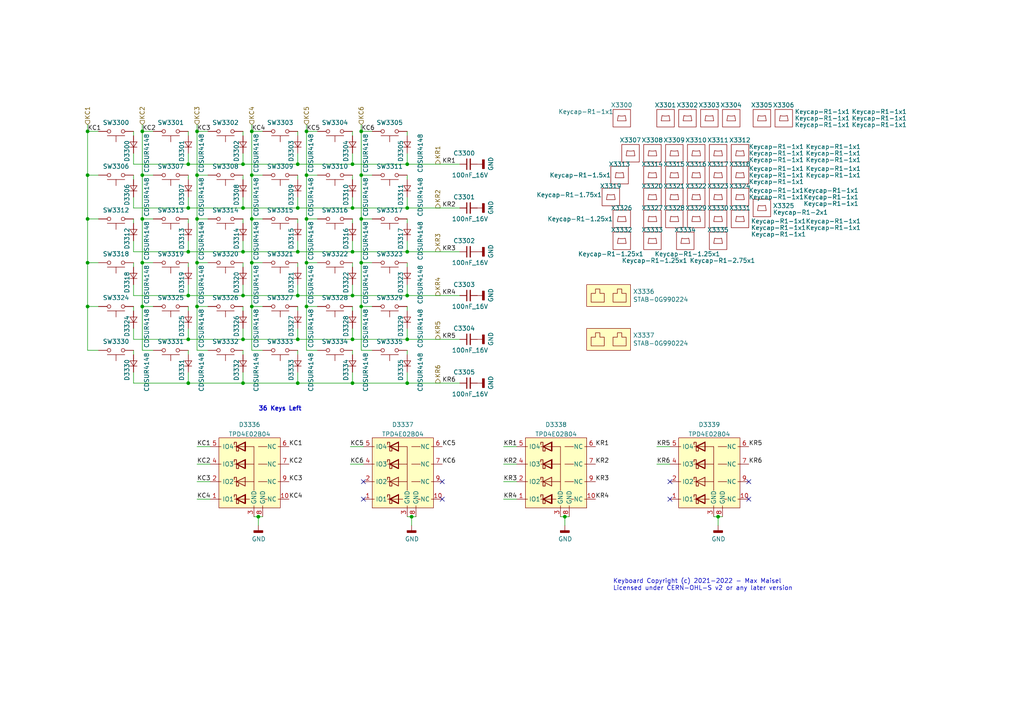
<source format=kicad_sch>
(kicad_sch (version 20211123) (generator eeschema)
  (paper "A4")
  (junction (at 57.15 88.9))
  (junction (at 118.11 47.625))
  (junction (at 102.235 73.025))
  (junction (at 102.235 98.425))
  (junction (at 118.11 111.125))
  (junction (at 102.235 47.625))
  (junction (at 86.36 60.325))
  (junction (at 73.025 50.8))
  (junction (at 57.15 38.1))
  (junction (at 41.275 88.9))
  (junction (at 102.235 85.725))
  (junction (at 70.485 85.725))
  (junction (at 118.11 85.725))
  (junction (at 54.61 111.125))
  (junction (at 25.4 88.9))
  (junction (at 73.025 38.1))
  (junction (at 104.775 76.2))
  (junction (at 41.275 76.2))
  (junction (at 54.61 98.425))
  (junction (at 54.61 47.625))
  (junction (at 88.9 50.8))
  (junction (at 41.275 63.5))
  (junction (at 54.61 85.725))
  (junction (at 102.235 60.325))
  (junction (at 25.4 50.8))
  (junction (at 73.025 76.2))
  (junction (at 54.61 73.025))
  (junction (at 70.485 73.025))
  (junction (at 25.4 76.2))
  (junction (at 102.235 111.125))
  (junction (at 73.025 88.9))
  (junction (at 86.36 73.025))
  (junction (at 86.36 85.725))
  (junction (at 88.9 63.5))
  (junction (at 73.025 63.5))
  (junction (at 118.11 98.425))
  (junction (at 119.38 149.86))
  (junction (at 86.36 111.125))
  (junction (at 70.485 111.125))
  (junction (at 74.93 149.86))
  (junction (at 54.61 60.325))
  (junction (at 118.11 73.025))
  (junction (at 25.4 38.1))
  (junction (at 118.11 60.325))
  (junction (at 70.485 60.325))
  (junction (at 57.15 63.5))
  (junction (at 41.275 50.8))
  (junction (at 88.9 88.9))
  (junction (at 70.485 98.425))
  (junction (at 86.36 47.625))
  (junction (at 104.775 63.5))
  (junction (at 70.485 47.625))
  (junction (at 104.775 50.8))
  (junction (at 57.15 50.8))
  (junction (at 88.9 38.1))
  (junction (at 86.36 98.425))
  (junction (at 104.775 88.9))
  (junction (at 25.4 63.5))
  (junction (at 208.28 149.86))
  (junction (at 57.15 76.2))
  (junction (at 88.9 76.2))
  (junction (at 41.275 38.1))
  (junction (at 163.83 149.86))
  (junction (at 104.775 38.1))
  (no_connect (at 194.31 139.7))
  (no_connect (at 217.17 139.7))
  (no_connect (at 217.17 144.78))
  (no_connect (at 194.31 144.78))
  (no_connect (at 105.41 139.7))
  (no_connect (at 128.27 139.7))
  (no_connect (at 128.27 144.78))
  (no_connect (at 105.41 144.78))
  (wire (pts (xy 25.4 88.9) (xy 25.4 101.6)))
  (wire (pts (xy 38.735 69.85) (xy 38.735 73.025)))
  (wire (pts (xy 41.275 63.5) (xy 41.275 76.2)))
  (wire (pts (xy 54.61 107.95) (xy 54.61 111.125)))
  (wire (pts (xy 73.025 50.8) (xy 73.025 63.5)))
  (wire (pts (xy 102.235 44.45) (xy 102.235 47.625)))
  (wire (pts (xy 104.775 88.9) (xy 107.95 88.9)))
  (wire (pts (xy 86.36 39.37) (xy 86.36 38.1)))
  (wire (pts (xy 118.11 47.625) (xy 102.235 47.625)))
  (wire (pts (xy 54.61 39.37) (xy 54.61 38.1)))
  (wire (pts (xy 88.9 38.1) (xy 88.9 50.8)))
  (wire (pts (xy 118.11 57.15) (xy 118.11 60.325)))
  (wire (pts (xy 54.61 77.47) (xy 54.61 76.2)))
  (wire (pts (xy 104.775 50.8) (xy 104.775 63.5)))
  (wire (pts (xy 102.235 95.25) (xy 102.235 98.425)))
  (wire (pts (xy 76.2 76.2) (xy 73.025 76.2)))
  (wire (pts (xy 25.4 76.2) (xy 25.4 88.9)))
  (wire (pts (xy 70.485 69.85) (xy 70.485 73.025)))
  (wire (pts (xy 38.735 64.77) (xy 38.735 63.5)))
  (wire (pts (xy 118.11 39.37) (xy 118.11 38.1)))
  (wire (pts (xy 118.11 77.47) (xy 118.11 76.2)))
  (wire (pts (xy 102.235 102.87) (xy 102.235 101.6)))
  (wire (pts (xy 102.235 107.95) (xy 102.235 111.125)))
  (wire (pts (xy 107.95 76.2) (xy 104.775 76.2)))
  (wire (pts (xy 86.36 52.07) (xy 86.36 50.8)))
  (wire (pts (xy 119.38 149.86) (xy 120.65 149.86)))
  (wire (pts (xy 60.325 50.8) (xy 57.15 50.8)))
  (wire (pts (xy 107.95 63.5) (xy 104.775 63.5)))
  (wire (pts (xy 86.36 98.425) (xy 70.485 98.425)))
  (wire (pts (xy 88.9 36.195) (xy 88.9 38.1)))
  (wire (pts (xy 54.61 47.625) (xy 38.735 47.625)))
  (wire (pts (xy 73.025 76.2) (xy 73.025 88.9)))
  (wire (pts (xy 102.235 39.37) (xy 102.235 38.1)))
  (wire (pts (xy 73.025 63.5) (xy 73.025 76.2)))
  (wire (pts (xy 86.36 107.95) (xy 86.36 111.125)))
  (wire (pts (xy 41.275 76.2) (xy 41.275 88.9)))
  (wire (pts (xy 73.66 149.86) (xy 74.93 149.86)))
  (wire (pts (xy 88.9 76.2) (xy 88.9 88.9)))
  (wire (pts (xy 101.6 129.54) (xy 105.41 129.54)))
  (wire (pts (xy 70.485 107.95) (xy 70.485 111.125)))
  (wire (pts (xy 118.11 111.125) (xy 102.235 111.125)))
  (wire (pts (xy 88.9 63.5) (xy 88.9 76.2)))
  (wire (pts (xy 70.485 95.25) (xy 70.485 98.425)))
  (wire (pts (xy 118.11 85.725) (xy 133.35 85.725)))
  (wire (pts (xy 162.56 149.86) (xy 163.83 149.86)))
  (wire (pts (xy 208.28 149.86) (xy 208.28 152.4)))
  (wire (pts (xy 118.11 60.325) (xy 133.35 60.325)))
  (wire (pts (xy 118.11 111.125) (xy 133.35 111.125)))
  (wire (pts (xy 54.61 102.87) (xy 54.61 101.6)))
  (wire (pts (xy 208.28 149.86) (xy 209.55 149.86)))
  (wire (pts (xy 146.05 144.78) (xy 149.86 144.78)))
  (wire (pts (xy 102.235 52.07) (xy 102.235 50.8)))
  (wire (pts (xy 88.9 50.8) (xy 88.9 63.5)))
  (wire (pts (xy 146.05 134.62) (xy 149.86 134.62)))
  (wire (pts (xy 70.485 44.45) (xy 70.485 47.625)))
  (wire (pts (xy 57.15 144.78) (xy 60.96 144.78)))
  (wire (pts (xy 70.485 64.77) (xy 70.485 63.5)))
  (wire (pts (xy 86.36 82.55) (xy 86.36 85.725)))
  (wire (pts (xy 57.15 36.195) (xy 57.15 38.1)))
  (wire (pts (xy 44.45 76.2) (xy 41.275 76.2)))
  (wire (pts (xy 54.61 111.125) (xy 38.735 111.125)))
  (wire (pts (xy 70.485 82.55) (xy 70.485 85.725)))
  (wire (pts (xy 70.485 98.425) (xy 54.61 98.425)))
  (wire (pts (xy 25.4 50.8) (xy 25.4 63.5)))
  (wire (pts (xy 57.15 134.62) (xy 60.96 134.62)))
  (wire (pts (xy 104.775 63.5) (xy 104.775 76.2)))
  (wire (pts (xy 41.275 36.195) (xy 41.275 38.1)))
  (wire (pts (xy 86.36 64.77) (xy 86.36 63.5)))
  (wire (pts (xy 76.2 63.5) (xy 73.025 63.5)))
  (wire (pts (xy 73.025 36.195) (xy 73.025 38.1)))
  (wire (pts (xy 102.235 82.55) (xy 102.235 85.725)))
  (wire (pts (xy 104.775 36.195) (xy 104.775 38.1)))
  (wire (pts (xy 73.025 88.9) (xy 73.025 101.6)))
  (wire (pts (xy 57.15 50.8) (xy 57.15 63.5)))
  (wire (pts (xy 86.36 44.45) (xy 86.36 47.625)))
  (wire (pts (xy 104.775 101.6) (xy 107.95 101.6)))
  (wire (pts (xy 44.45 50.8) (xy 41.275 50.8)))
  (wire (pts (xy 88.9 88.9) (xy 92.075 88.9)))
  (wire (pts (xy 57.15 76.2) (xy 57.15 88.9)))
  (wire (pts (xy 28.575 50.8) (xy 25.4 50.8)))
  (wire (pts (xy 88.9 88.9) (xy 88.9 101.6)))
  (wire (pts (xy 86.36 60.325) (xy 70.485 60.325)))
  (wire (pts (xy 92.075 50.8) (xy 88.9 50.8)))
  (wire (pts (xy 118.11 47.625) (xy 133.35 47.625)))
  (wire (pts (xy 54.61 60.325) (xy 38.735 60.325)))
  (wire (pts (xy 57.15 38.1) (xy 57.15 50.8)))
  (wire (pts (xy 54.61 82.55) (xy 54.61 85.725)))
  (wire (pts (xy 104.775 76.2) (xy 104.775 88.9)))
  (wire (pts (xy 25.4 63.5) (xy 25.4 76.2)))
  (wire (pts (xy 38.735 95.25) (xy 38.735 98.425)))
  (wire (pts (xy 70.485 39.37) (xy 70.485 38.1)))
  (wire (pts (xy 70.485 57.15) (xy 70.485 60.325)))
  (wire (pts (xy 118.11 73.025) (xy 133.35 73.025)))
  (wire (pts (xy 25.4 38.1) (xy 25.4 36.195)))
  (wire (pts (xy 38.735 82.55) (xy 38.735 85.725)))
  (wire (pts (xy 70.485 77.47) (xy 70.485 76.2)))
  (wire (pts (xy 60.325 76.2) (xy 57.15 76.2)))
  (wire (pts (xy 44.45 63.5) (xy 41.275 63.5)))
  (wire (pts (xy 54.61 64.77) (xy 54.61 63.5)))
  (wire (pts (xy 102.235 60.325) (xy 86.36 60.325)))
  (wire (pts (xy 60.325 63.5) (xy 57.15 63.5)))
  (wire (pts (xy 102.235 57.15) (xy 102.235 60.325)))
  (wire (pts (xy 73.025 38.1) (xy 73.025 50.8)))
  (wire (pts (xy 54.61 98.425) (xy 38.735 98.425)))
  (wire (pts (xy 118.11 64.77) (xy 118.11 63.5)))
  (wire (pts (xy 104.775 38.1) (xy 104.775 50.8)))
  (wire (pts (xy 57.15 63.5) (xy 57.15 76.2)))
  (wire (pts (xy 70.485 85.725) (xy 54.61 85.725)))
  (wire (pts (xy 102.235 73.025) (xy 86.36 73.025)))
  (wire (pts (xy 28.575 76.2) (xy 25.4 76.2)))
  (wire (pts (xy 102.235 90.17) (xy 102.235 88.9)))
  (wire (pts (xy 57.15 88.9) (xy 60.325 88.9)))
  (wire (pts (xy 74.93 149.86) (xy 74.93 152.4)))
  (wire (pts (xy 86.36 102.87) (xy 86.36 101.6)))
  (wire (pts (xy 92.075 63.5) (xy 88.9 63.5)))
  (wire (pts (xy 118.11 149.86) (xy 119.38 149.86)))
  (wire (pts (xy 76.2 50.8) (xy 73.025 50.8)))
  (wire (pts (xy 118.11 73.025) (xy 102.235 73.025)))
  (wire (pts (xy 25.4 38.1) (xy 25.4 50.8)))
  (wire (pts (xy 86.36 111.125) (xy 70.485 111.125)))
  (wire (pts (xy 38.735 57.15) (xy 38.735 60.325)))
  (wire (pts (xy 101.6 134.62) (xy 105.41 134.62)))
  (wire (pts (xy 118.11 107.95) (xy 118.11 111.125)))
  (wire (pts (xy 70.485 60.325) (xy 54.61 60.325)))
  (wire (pts (xy 54.61 73.025) (xy 38.735 73.025)))
  (wire (pts (xy 41.275 50.8) (xy 41.275 63.5)))
  (wire (pts (xy 102.235 69.85) (xy 102.235 73.025)))
  (wire (pts (xy 54.61 95.25) (xy 54.61 98.425)))
  (wire (pts (xy 57.15 139.7) (xy 60.96 139.7)))
  (wire (pts (xy 38.735 90.17) (xy 38.735 88.9)))
  (wire (pts (xy 74.93 149.86) (xy 76.2 149.86)))
  (wire (pts (xy 70.485 73.025) (xy 54.61 73.025)))
  (wire (pts (xy 107.95 50.8) (xy 104.775 50.8)))
  (wire (pts (xy 163.83 149.86) (xy 163.83 152.4)))
  (wire (pts (xy 102.235 47.625) (xy 86.36 47.625)))
  (wire (pts (xy 163.83 149.86) (xy 165.1 149.86)))
  (wire (pts (xy 118.11 69.85) (xy 118.11 73.025)))
  (wire (pts (xy 118.11 98.425) (xy 133.35 98.425)))
  (wire (pts (xy 86.36 73.025) (xy 70.485 73.025)))
  (wire (pts (xy 54.61 85.725) (xy 38.735 85.725)))
  (wire (pts (xy 118.11 95.25) (xy 118.11 98.425)))
  (wire (pts (xy 73.025 88.9) (xy 76.2 88.9)))
  (wire (pts (xy 104.775 88.9) (xy 104.775 101.6)))
  (wire (pts (xy 119.38 149.86) (xy 119.38 152.4)))
  (wire (pts (xy 88.9 101.6) (xy 92.075 101.6)))
  (wire (pts (xy 102.235 85.725) (xy 86.36 85.725)))
  (wire (pts (xy 38.735 107.95) (xy 38.735 111.125)))
  (wire (pts (xy 41.275 101.6) (xy 44.45 101.6)))
  (wire (pts (xy 70.485 90.17) (xy 70.485 88.9)))
  (wire (pts (xy 54.61 52.07) (xy 54.61 50.8)))
  (wire (pts (xy 60.325 38.1) (xy 57.15 38.1)))
  (wire (pts (xy 54.61 44.45) (xy 54.61 47.625)))
  (wire (pts (xy 41.275 38.1) (xy 41.275 50.8)))
  (wire (pts (xy 57.15 101.6) (xy 60.325 101.6)))
  (wire (pts (xy 92.075 76.2) (xy 88.9 76.2)))
  (wire (pts (xy 102.235 64.77) (xy 102.235 63.5)))
  (wire (pts (xy 86.36 69.85) (xy 86.36 73.025)))
  (wire (pts (xy 92.075 38.1) (xy 88.9 38.1)))
  (wire (pts (xy 86.36 90.17) (xy 86.36 88.9)))
  (wire (pts (xy 25.4 38.1) (xy 28.575 38.1)))
  (wire (pts (xy 118.11 85.725) (xy 102.235 85.725)))
  (wire (pts (xy 86.36 57.15) (xy 86.36 60.325)))
  (wire (pts (xy 54.61 69.85) (xy 54.61 73.025)))
  (wire (pts (xy 70.485 102.87) (xy 70.485 101.6)))
  (wire (pts (xy 38.735 52.07) (xy 38.735 50.8)))
  (wire (pts (xy 57.15 88.9) (xy 57.15 101.6)))
  (wire (pts (xy 102.235 77.47) (xy 102.235 76.2)))
  (wire (pts (xy 25.4 101.6) (xy 28.575 101.6)))
  (wire (pts (xy 86.36 77.47) (xy 86.36 76.2)))
  (wire (pts (xy 102.235 111.125) (xy 86.36 111.125)))
  (wire (pts (xy 28.575 63.5) (xy 25.4 63.5)))
  (wire (pts (xy 190.5 129.54) (xy 194.31 129.54)))
  (wire (pts (xy 118.11 52.07) (xy 118.11 50.8)))
  (wire (pts (xy 118.11 102.87) (xy 118.11 101.6)))
  (wire (pts (xy 86.36 47.625) (xy 70.485 47.625)))
  (wire (pts (xy 41.275 88.9) (xy 44.45 88.9)))
  (wire (pts (xy 102.235 98.425) (xy 86.36 98.425)))
  (wire (pts (xy 190.5 134.62) (xy 194.31 134.62)))
  (wire (pts (xy 86.36 85.725) (xy 70.485 85.725)))
  (wire (pts (xy 146.05 129.54) (xy 149.86 129.54)))
  (wire (pts (xy 207.01 149.86) (xy 208.28 149.86)))
  (wire (pts (xy 86.36 95.25) (xy 86.36 98.425)))
  (wire (pts (xy 44.45 38.1) (xy 41.275 38.1)))
  (wire (pts (xy 73.025 101.6) (xy 76.2 101.6)))
  (wire (pts (xy 54.61 90.17) (xy 54.61 88.9)))
  (wire (pts (xy 118.11 90.17) (xy 118.11 88.9)))
  (wire (pts (xy 118.11 82.55) (xy 118.11 85.725)))
  (wire (pts (xy 118.11 44.45) (xy 118.11 47.625)))
  (wire (pts (xy 38.735 102.87) (xy 38.735 101.6)))
  (wire (pts (xy 118.11 98.425) (xy 102.235 98.425)))
  (wire (pts (xy 41.275 88.9) (xy 41.275 101.6)))
  (wire (pts (xy 70.485 111.125) (xy 54.61 111.125)))
  (wire (pts (xy 76.2 38.1) (xy 73.025 38.1)))
  (wire (pts (xy 70.485 52.07) (xy 70.485 50.8)))
  (wire (pts (xy 107.95 38.1) (xy 104.775 38.1)))
  (wire (pts (xy 38.735 77.47) (xy 38.735 76.2)))
  (wire (pts (xy 38.735 44.45) (xy 38.735 47.625)))
  (wire (pts (xy 54.61 57.15) (xy 54.61 60.325)))
  (wire (pts (xy 118.11 60.325) (xy 102.235 60.325)))
  (wire (pts (xy 57.15 129.54) (xy 60.96 129.54)))
  (wire (pts (xy 38.735 39.37) (xy 38.735 38.1)))
  (wire (pts (xy 146.05 139.7) (xy 149.86 139.7)))
  (wire (pts (xy 70.485 47.625) (xy 54.61 47.625)))
  (wire (pts (xy 25.4 88.9) (xy 28.575 88.9)))
  (text "Keyboard Copyright (c) 2021-2022 - Max Maisel\nLicensed under CERN-OHL-S v2 or any later version" (at 177.8 171.45 0) (effects (font (size 1.27 1.27)) (justify left bottom)))
  (text "36 Keys Left" (at 74.93 119.38 0) (effects (font (size 1.27 1.27) (thickness 0.254) bold) (justify left bottom)))
  (label "KC3" (at 57.15 139.7 0))
  (label "KC6" (at 128.27 134.62 0))
  (label "KC1" (at 25.4 38.1 0))
  (label "KC5" (at 101.6 129.54 0))
  (label "KR1" (at 172.72 129.54 0))
  (label "KC2" (at 83.82 134.62 0))
  (label "KR2" (at 146.05 134.62 0))
  (label "KR6" (at 128.27 111.125 0))
  (label "KC4" (at 73.025 38.1 0))
  (label "KC4" (at 57.15 144.78 0))
  (label "KC3" (at 57.15 38.1 0))
  (label "KC5" (at 88.9 38.1 0))
  (label "KR3" (at 146.05 139.7 0))
  (label "KC6" (at 101.6 134.62 0))
  (label "KR2" (at 128.27 60.325 0))
  (label "KC3" (at 83.82 139.7 0))
  (label "KC1" (at 83.82 129.54 0))
  (label "KC5" (at 128.27 129.54 0))
  (label "KR6" (at 190.5 134.62 0))
  (label "KR3" (at 172.72 139.7 0))
  (label "KR2" (at 172.72 134.62 0))
  (label "KR4" (at 146.05 144.78 0))
  (label "KC4" (at 83.82 144.78 0))
  (label "KC2" (at 41.275 38.1 0))
  (label "KR5" (at 128.27 98.425 0))
  (label "KR4" (at 172.72 144.78 0))
  (label "KC6" (at 104.775 38.1 0))
  (label "KR1" (at 146.05 129.54 0))
  (label "KR3" (at 128.27 73.025 0))
  (label "KC2" (at 57.15 134.62 0))
  (label "KC1" (at 57.15 129.54 0))
  (label "KR5" (at 217.17 129.54 0))
  (label "KR5" (at 190.5 129.54 0))
  (label "KR4" (at 128.27 85.725 0))
  (label "KR1" (at 128.27 47.625 0))
  (label "KR6" (at 217.17 134.62 0))
  (hierarchical_label "KC4" (shape input) (at 73.025 36.195 90))
  (hierarchical_label "KC3" (shape input) (at 57.15 36.195 90))
  (hierarchical_label "KC6" (shape input) (at 104.775 36.195 90))
  (hierarchical_label "KR4" (shape output) (at 127 85.725 90))
  (hierarchical_label "KR1" (shape output) (at 127 47.625 90))
  (hierarchical_label "KC5" (shape input) (at 88.9 36.195 90))
  (hierarchical_label "KC2" (shape input) (at 41.275 36.195 90))
  (hierarchical_label "KR5" (shape output) (at 127 98.425 90))
  (hierarchical_label "KC1" (shape input) (at 25.4 36.195 90))
  (hierarchical_label "KR6" (shape output) (at 127 111.125 90))
  (hierarchical_label "KR2" (shape output) (at 127 60.325 90))
  (hierarchical_label "KR3" (shape output) (at 127 73.025 90))
  (symbol (lib_id "Keyboard:SW_Cherry_MX_RGB") (at 81.28 50.8 0) (mirror x) (unit 1)
    (property "Reference" "SW3309" (at 81.28 48.26 0))
    (property "Value" "SW_Cherry_MX_RGB" (effects hide))
    (property "Footprint" "Keyboard:SW_Cherry_MX1A_RGB" (effects hide))
    (property "Datasheet" "https://www.cherrymx.de/dev.html" (effects hide))
    (property "reichelt#" "CHERRY MX1A-G1NA" (effects hide))
  )
  (symbol (lib_id "Keyboard:SW_Cherry_MX_RGB") (at 81.28 63.5 0) (mirror x) (unit 1)
    (property "Reference" "SW3315" (at 81.28 60.96 0))
    (property "Value" "SW_Cherry_MX_RGB" (effects hide))
    (property "Footprint" "Keyboard:SW_Cherry_MX1A_RGB" (effects hide))
    (property "Datasheet" "https://www.cherrymx.de/dev.html" (effects hide))
    (property "reichelt#" "CHERRY MX1A-G1NA" (effects hide))
  )
  (symbol (lib_id "Keyboard:SW_Cherry_MX_RGB") (at 81.28 76.2 0) (mirror x) (unit 1)
    (property "Reference" "SW3321" (at 81.28 73.66 0))
    (property "Value" "SW_Cherry_MX_RGB" (effects hide))
    (property "Footprint" "Keyboard:SW_Cherry_MX1A_RGB" (effects hide))
    (property "Datasheet" "https://www.cherrymx.de/dev.html" (effects hide))
    (property "reichelt#" "CHERRY MX1A-G1NA" (effects hide))
  )
  (symbol (lib_id "Keyboard:GND") (at 138.43 60.325 90) (unit 1)
    (property "Reference" "#PWR03301" (effects hide))
    (property "Value" "GND" (at 142.367 60.2234 0))
  )
  (symbol (lib_id "Keyboard:SW_Cherry_MX_RGB") (at 33.655 50.8 0) (mirror x) (unit 1)
    (property "Reference" "SW3306" (at 33.655 48.26 0))
    (property "Value" "SW_Cherry_MX_RGB" (effects hide))
    (property "Footprint" "Keyboard:SW_Cherry_MX1A_RGB" (effects hide))
    (property "Datasheet" "https://www.cherrymx.de/dev.html" (effects hide))
    (property "reichelt#" "CHERRY MX1A-G1NA" (effects hide))
  )
  (symbol (lib_id "Keyboard:SW_Cherry_MX_RGB") (at 33.655 76.2 0) (mirror x) (unit 1)
    (property "Reference" "SW3318" (at 33.655 73.66 0))
    (property "Value" "SW_Cherry_MX_RGB" (effects hide))
    (property "Footprint" "Keyboard:SW_Cherry_MX1A_RGB" (effects hide))
    (property "Datasheet" "https://www.cherrymx.de/dev.html" (effects hide))
    (property "reichelt#" "CHERRY MX1A-G1NA" (effects hide))
  )
  (symbol (lib_id "Keyboard:SW_Cherry_MX_RGB") (at 49.53 76.2 0) (mirror x) (unit 1)
    (property "Reference" "SW3319" (at 49.53 73.66 0))
    (property "Value" "SW_Cherry_MX_RGB" (effects hide))
    (property "Footprint" "Keyboard:SW_Cherry_MX1A_RGB" (effects hide))
    (property "Datasheet" "https://www.cherrymx.de/dev.html" (effects hide))
    (property "reichelt#" "CHERRY MX1A-G1NA" (effects hide))
  )
  (symbol (lib_id "Keyboard:SW_Cherry_MX_RGB") (at 65.405 38.1 0) (mirror x) (unit 1)
    (property "Reference" "SW3302" (at 65.405 35.56 0))
    (property "Value" "SW_Cherry_MX_RGB" (effects hide))
    (property "Footprint" "Keyboard:SW_Cherry_MX1A_RGB" (effects hide))
    (property "Datasheet" "https://www.cherrymx.de/dev.html" (effects hide))
    (property "reichelt#" "CHERRY MX1A-G1NA" (effects hide))
  )
  (symbol (lib_id "Keyboard:SW_Cherry_MX_RGB") (at 65.405 50.8 0) (mirror x) (unit 1)
    (property "Reference" "SW3308" (at 65.405 48.26 0))
    (property "Value" "SW_Cherry_MX_RGB" (effects hide))
    (property "Footprint" "Keyboard:SW_Cherry_MX1A_RGB" (effects hide))
    (property "Datasheet" "https://www.cherrymx.de/dev.html" (effects hide))
    (property "reichelt#" "CHERRY MX1A-G1NA" (effects hide))
  )
  (symbol (lib_id "Keyboard:SW_Cherry_MX_RGB") (at 81.28 38.1 0) (mirror x) (unit 1)
    (property "Reference" "SW3303" (at 81.28 35.56 0))
    (property "Value" "SW_Cherry_MX_RGB" (effects hide))
    (property "Footprint" "Keyboard:SW_Cherry_MX1A_RGB" (effects hide))
    (property "Datasheet" "https://www.cherrymx.de/dev.html" (effects hide))
    (property "reichelt#" "CHERRY MX1A-G1NA" (effects hide))
  )
  (symbol (lib_id "Keyboard:SW_Cherry_MX_RGB") (at 81.28 88.9 0) (mirror x) (unit 1)
    (property "Reference" "SW3327" (at 81.28 86.36 0))
    (property "Value" "SW_Cherry_MX_RGB" (effects hide))
    (property "Footprint" "Keyboard:SW_Cherry_MX1A_RGB" (effects hide))
    (property "Datasheet" "https://www.cherrymx.de/dev.html" (effects hide))
    (property "reichelt#" "CHERRY MX1A-G1NA" (effects hide))
  )
  (symbol (lib_id "Keyboard:SW_Cherry_MX_RGB") (at 97.155 38.1 0) (mirror x) (unit 1)
    (property "Reference" "SW3304" (at 97.155 35.56 0))
    (property "Value" "SW_Cherry_MX_RGB" (effects hide))
    (property "Footprint" "Keyboard:SW_Cherry_MX1A_RGB" (effects hide))
    (property "Datasheet" "https://www.cherrymx.de/dev.html" (effects hide))
    (property "reichelt#" "CHERRY MX1A-G1NA" (effects hide))
  )
  (symbol (lib_id "Keyboard:SW_Cherry_MX_RGB") (at 97.155 50.8 0) (mirror x) (unit 1)
    (property "Reference" "SW3310" (at 97.155 48.26 0))
    (property "Value" "SW_Cherry_MX_RGB" (effects hide))
    (property "Footprint" "Keyboard:SW_Cherry_MX1A_RGB" (effects hide))
    (property "Datasheet" "https://www.cherrymx.de/dev.html" (effects hide))
    (property "reichelt#" "CHERRY MX1A-G1NA" (effects hide))
  )
  (symbol (lib_id "Keyboard:SW_Cherry_MX_RGB") (at 113.03 76.2 0) (mirror x) (unit 1)
    (property "Reference" "SW3323" (at 113.03 73.66 0))
    (property "Value" "SW_Cherry_MX_RGB" (effects hide))
    (property "Footprint" "Keyboard:SW_Cherry_MX1A_RGB" (effects hide))
    (property "Datasheet" "https://www.cherrymx.de/dev.html" (effects hide))
    (property "reichelt#" "CHERRY MX1A-G1NA" (effects hide))
  )
  (symbol (lib_id "Keyboard:SW_Cherry_MX_RGB") (at 113.03 88.9 0) (mirror x) (unit 1)
    (property "Reference" "SW3329" (at 113.03 86.36 0))
    (property "Value" "SW_Cherry_MX_RGB" (effects hide))
    (property "Footprint" "Keyboard:SW_Cherry_MX1A_RGB" (effects hide))
    (property "Datasheet" "https://www.cherrymx.de/dev.html" (effects hide))
    (property "reichelt#" "CHERRY MX1A-G1NA" (effects hide))
  )
  (symbol (lib_id "Keyboard:CDSUR4148") (at 38.735 41.91 90) (unit 1)
    (property "Reference" "D3300" (at 36.83 43.815 0))
    (property "Value" "CDSUR4148" (at 42.545 44.45 0))
    (property "Footprint" "Keyboard:SOD-523" (effects hide))
    (property "Datasheet" "750-CDSUR4148" (effects hide))
    (property "mouser#" "750-CDSUR4148" (effects hide))
  )
  (symbol (lib_id "Keyboard:CDSUR4148") (at 54.61 41.91 90) (unit 1)
    (property "Reference" "D3301" (at 52.705 43.815 0))
    (property "Value" "CDSUR4148" (at 58.42 44.45 0))
    (property "Footprint" "Keyboard:SOD-523" (effects hide))
    (property "Datasheet" "750-CDSUR4148" (effects hide))
    (property "mouser#" "750-CDSUR4148" (effects hide))
  )
  (symbol (lib_id "Keyboard:CDSUR4148") (at 70.485 41.91 90) (unit 1)
    (property "Reference" "D3302" (at 68.58 43.815 0))
    (property "Value" "CDSUR4148" (at 74.295 44.45 0))
    (property "Footprint" "Keyboard:SOD-523" (effects hide))
    (property "Datasheet" "750-CDSUR4148" (effects hide))
    (property "mouser#" "750-CDSUR4148" (effects hide))
  )
  (symbol (lib_id "Keyboard:CDSUR4148") (at 86.36 41.91 90) (unit 1)
    (property "Reference" "D3303" (at 84.455 43.815 0))
    (property "Value" "CDSUR4148" (at 90.17 44.45 0))
    (property "Footprint" "Keyboard:SOD-523" (effects hide))
    (property "Datasheet" "750-CDSUR4148" (effects hide))
    (property "mouser#" "750-CDSUR4148" (effects hide))
  )
  (symbol (lib_id "Keyboard:CDSUR4148") (at 102.235 41.91 90) (unit 1)
    (property "Reference" "D3304" (at 100.33 43.815 0))
    (property "Value" "CDSUR4148" (at 106.045 44.45 0))
    (property "Footprint" "Keyboard:SOD-523" (effects hide))
    (property "Datasheet" "750-CDSUR4148" (effects hide))
    (property "mouser#" "750-CDSUR4148" (effects hide))
  )
  (symbol (lib_id "Keyboard:CDSUR4148") (at 118.11 41.91 90) (unit 1)
    (property "Reference" "D3305" (at 116.205 43.815 0))
    (property "Value" "CDSUR4148" (at 121.92 44.45 0))
    (property "Footprint" "Keyboard:SOD-523" (effects hide))
    (property "Datasheet" "750-CDSUR4148" (effects hide))
    (property "mouser#" "750-CDSUR4148" (effects hide))
  )
  (symbol (lib_id "Keyboard:CDSUR4148") (at 38.735 54.61 90) (unit 1)
    (property "Reference" "D3306" (at 36.83 56.515 0))
    (property "Value" "CDSUR4148" (at 42.545 57.15 0))
    (property "Footprint" "Keyboard:SOD-523" (effects hide))
    (property "Datasheet" "750-CDSUR4148" (effects hide))
    (property "mouser#" "750-CDSUR4148" (effects hide))
  )
  (symbol (lib_id "Keyboard:CDSUR4148") (at 54.61 54.61 90) (unit 1)
    (property "Reference" "D3307" (at 52.705 56.515 0))
    (property "Value" "CDSUR4148" (at 58.42 57.15 0))
    (property "Footprint" "Keyboard:SOD-523" (effects hide))
    (property "Datasheet" "750-CDSUR4148" (effects hide))
    (property "mouser#" "750-CDSUR4148" (effects hide))
  )
  (symbol (lib_id "Keyboard:CDSUR4148") (at 70.485 54.61 90) (unit 1)
    (property "Reference" "D3308" (at 68.58 56.515 0))
    (property "Value" "CDSUR4148" (at 74.295 57.15 0))
    (property "Footprint" "Keyboard:SOD-523" (effects hide))
    (property "Datasheet" "750-CDSUR4148" (effects hide))
    (property "mouser#" "750-CDSUR4148" (effects hide))
  )
  (symbol (lib_id "Keyboard:CDSUR4148") (at 86.36 54.61 90) (unit 1)
    (property "Reference" "D3309" (at 84.455 56.515 0))
    (property "Value" "CDSUR4148" (at 90.17 57.15 0))
    (property "Footprint" "Keyboard:SOD-523" (effects hide))
    (property "Datasheet" "750-CDSUR4148" (effects hide))
    (property "mouser#" "750-CDSUR4148" (effects hide))
  )
  (symbol (lib_id "Keyboard:CDSUR4148") (at 102.235 54.61 90) (unit 1)
    (property "Reference" "D3310" (at 100.33 56.515 0))
    (property "Value" "CDSUR4148" (at 106.045 57.15 0))
    (property "Footprint" "Keyboard:SOD-523" (effects hide))
    (property "Datasheet" "750-CDSUR4148" (effects hide))
    (property "mouser#" "750-CDSUR4148" (effects hide))
  )
  (symbol (lib_id "Keyboard:SW_Cherry_MX_RGB") (at 49.53 63.5 0) (mirror x) (unit 1)
    (property "Reference" "SW3313" (at 49.53 60.96 0))
    (property "Value" "SW_Cherry_MX_RGB" (effects hide))
    (property "Footprint" "Keyboard:SW_Cherry_MX1A_RGB" (effects hide))
    (property "Datasheet" "https://www.cherrymx.de/dev.html" (effects hide))
    (property "reichelt#" "CHERRY MX1A-G1NA" (effects hide))
  )
  (symbol (lib_id "Keyboard:100nF_16V") (at 135.89 60.325 90) (unit 1)
    (property "Reference" "C3301" (at 137.795 57.15 90) (effects (justify left)))
    (property "Value" "100nF_16V" (at 141.605 63.5 90) (effects (justify left)))
    (property "Footprint" "Keyboard:C_0402" (effects hide))
    (property "Datasheet" "80-C0402C104K4R" (effects hide))
    (property "mouser#" "80-C0402C104K4R" (effects hide))
  )
  (symbol (lib_id "Keyboard:SW_Cherry_MX_RGB") (at 33.655 38.1 0) (mirror x) (unit 1)
    (property "Reference" "SW3300" (at 33.655 35.56 0))
    (property "Value" "SW_Cherry_MX_RGB" (effects hide))
    (property "Footprint" "Keyboard:SW_Cherry_MX1A_RGB" (effects hide))
    (property "Datasheet" "https://www.cherrymx.de/dev.html" (effects hide))
    (property "reichelt#" "CHERRY MX1A-G1NA" (effects hide))
  )
  (symbol (lib_id "Keyboard:SW_Cherry_MX_RGB") (at 33.655 63.5 0) (mirror x) (unit 1)
    (property "Reference" "SW3312" (at 33.655 60.96 0))
    (property "Value" "SW_Cherry_MX_RGB" (effects hide))
    (property "Footprint" "Keyboard:SW_Cherry_MX1A_RGB" (effects hide))
    (property "Datasheet" "https://www.cherrymx.de/dev.html" (effects hide))
    (property "reichelt#" "CHERRY MX1A-G1NA" (effects hide))
  )
  (symbol (lib_id "Keyboard:SW_Cherry_MX_RGB") (at 33.655 88.9 0) (mirror x) (unit 1)
    (property "Reference" "SW3324" (at 33.655 86.36 0))
    (property "Value" "SW_Cherry_MX_RGB" (effects hide))
    (property "Footprint" "Keyboard:SW_Cherry_MX1A_RGB" (effects hide))
    (property "Datasheet" "https://www.cherrymx.de/dev.html" (effects hide))
    (property "reichelt#" "CHERRY MX1A-G1NA" (effects hide))
  )
  (symbol (lib_id "Keyboard:SW_Cherry_MX_RGB") (at 49.53 38.1 0) (mirror x) (unit 1)
    (property "Reference" "SW3301" (at 49.53 35.56 0))
    (property "Value" "SW_Cherry_MX_RGB" (effects hide))
    (property "Footprint" "Keyboard:SW_Cherry_MX1A_RGB" (effects hide))
    (property "Datasheet" "https://www.cherrymx.de/dev.html" (effects hide))
    (property "reichelt#" "CHERRY MX1A-G1NA" (effects hide))
  )
  (symbol (lib_id "Keyboard:SW_Cherry_MX_RGB") (at 49.53 50.8 0) (mirror x) (unit 1)
    (property "Reference" "SW3307" (at 49.53 48.26 0))
    (property "Value" "SW_Cherry_MX_RGB" (effects hide))
    (property "Footprint" "Keyboard:SW_Cherry_MX1A_RGB" (effects hide))
    (property "Datasheet" "https://www.cherrymx.de/dev.html" (effects hide))
    (property "reichelt#" "CHERRY MX1A-G1NA" (effects hide))
  )
  (symbol (lib_id "Keyboard:SW_Cherry_MX_RGB") (at 49.53 88.9 0) (mirror x) (unit 1)
    (property "Reference" "SW3325" (at 49.53 86.36 0))
    (property "Value" "SW_Cherry_MX_RGB" (effects hide))
    (property "Footprint" "Keyboard:SW_Cherry_MX1A_RGB" (effects hide))
    (property "Datasheet" "https://www.cherrymx.de/dev.html" (effects hide))
    (property "reichelt#" "CHERRY MX1A-G1NA" (effects hide))
  )
  (symbol (lib_id "Keyboard:SW_Cherry_MX_RGB") (at 65.405 63.5 0) (mirror x) (unit 1)
    (property "Reference" "SW3314" (at 65.405 60.96 0))
    (property "Value" "SW_Cherry_MX_RGB" (effects hide))
    (property "Footprint" "Keyboard:SW_Cherry_MX1A_RGB" (effects hide))
    (property "Datasheet" "https://www.cherrymx.de/dev.html" (effects hide))
    (property "reichelt#" "CHERRY MX1A-G1NA" (effects hide))
  )
  (symbol (lib_id "Keyboard:SW_Cherry_MX_RGB") (at 65.405 76.2 0) (mirror x) (unit 1)
    (property "Reference" "SW3320" (at 65.405 73.66 0))
    (property "Value" "SW_Cherry_MX_RGB" (effects hide))
    (property "Footprint" "Keyboard:SW_Cherry_MX1A_RGB" (effects hide))
    (property "Datasheet" "https://www.cherrymx.de/dev.html" (effects hide))
    (property "reichelt#" "CHERRY MX1A-G1NA" (effects hide))
  )
  (symbol (lib_id "Keyboard:SW_Cherry_MX_RGB") (at 65.405 88.9 0) (mirror x) (unit 1)
    (property "Reference" "SW3326" (at 65.405 86.36 0))
    (property "Value" "SW_Cherry_MX_RGB" (effects hide))
    (property "Footprint" "Keyboard:SW_Cherry_MX1A_RGB" (effects hide))
    (property "Datasheet" "https://www.cherrymx.de/dev.html" (effects hide))
    (property "reichelt#" "CHERRY MX1A-G1NA" (effects hide))
  )
  (symbol (lib_id "Keyboard:SW_Cherry_MX_RGB") (at 97.155 63.5 0) (mirror x) (unit 1)
    (property "Reference" "SW3316" (at 97.155 60.96 0))
    (property "Value" "SW_Cherry_MX_RGB" (effects hide))
    (property "Footprint" "Keyboard:SW_Cherry_MX1A_RGB" (effects hide))
    (property "Datasheet" "https://www.cherrymx.de/dev.html" (effects hide))
    (property "reichelt#" "CHERRY MX1A-G1NA" (effects hide))
  )
  (symbol (lib_id "Keyboard:SW_Cherry_MX_RGB") (at 97.155 76.2 0) (mirror x) (unit 1)
    (property "Reference" "SW3322" (at 97.155 73.66 0))
    (property "Value" "SW_Cherry_MX_RGB" (effects hide))
    (property "Footprint" "Keyboard:SW_Cherry_MX1A_RGB" (effects hide))
    (property "Datasheet" "https://www.cherrymx.de/dev.html" (effects hide))
    (property "reichelt#" "CHERRY MX1A-G1NA" (effects hide))
  )
  (symbol (lib_id "Keyboard:SW_Cherry_MX_RGB") (at 97.155 88.9 0) (mirror x) (unit 1)
    (property "Reference" "SW3328" (at 97.155 86.36 0))
    (property "Value" "SW_Cherry_MX_RGB" (effects hide))
    (property "Footprint" "Keyboard:SW_Cherry_MX1A_RGB" (effects hide))
    (property "Datasheet" "https://www.cherrymx.de/dev.html" (effects hide))
    (property "reichelt#" "CHERRY MX1A-G1NA" (effects hide))
  )
  (symbol (lib_id "Keyboard:SW_Cherry_MX_RGB") (at 113.03 38.1 0) (mirror x) (unit 1)
    (property "Reference" "SW3305" (at 113.03 35.56 0))
    (property "Value" "SW_Cherry_MX_RGB" (effects hide))
    (property "Footprint" "Keyboard:SW_Cherry_MX1A_RGB" (effects hide))
    (property "Datasheet" "https://www.cherrymx.de/dev.html" (effects hide))
    (property "reichelt#" "CHERRY MX1A-G1NA" (effects hide))
  )
  (symbol (lib_id "Keyboard:SW_Cherry_MX_RGB") (at 113.03 50.8 0) (mirror x) (unit 1)
    (property "Reference" "SW3311" (at 113.03 48.26 0))
    (property "Value" "SW_Cherry_MX_RGB" (effects hide))
    (property "Footprint" "Keyboard:SW_Cherry_MX1A_RGB" (effects hide))
    (property "Datasheet" "https://www.cherrymx.de/dev.html" (effects hide))
    (property "reichelt#" "CHERRY MX1A-G1NA" (effects hide))
  )
  (symbol (lib_id "Keyboard:SW_Cherry_MX_RGB") (at 113.03 63.5 0) (mirror x) (unit 1)
    (property "Reference" "SW3317" (at 113.03 60.96 0))
    (property "Value" "SW_Cherry_MX_RGB" (effects hide))
    (property "Footprint" "Keyboard:SW_Cherry_MX1A_RGB" (effects hide))
    (property "Datasheet" "https://www.cherrymx.de/dev.html" (effects hide))
    (property "reichelt#" "CHERRY MX1A-G1NA" (effects hide))
  )
  (symbol (lib_id "Keyboard:100nF_16V") (at 135.89 47.625 90) (unit 1)
    (property "Reference" "C3300" (at 137.795 44.45 90) (effects (justify left)))
    (property "Value" "100nF_16V" (at 141.605 50.8 90) (effects (justify left)))
    (property "Footprint" "Keyboard:C_0402" (effects hide))
    (property "Datasheet" "80-C0402C104K4R" (effects hide))
    (property "mouser#" "80-C0402C104K4R" (effects hide))
  )
  (symbol (lib_id "Keyboard:GND") (at 138.43 47.625 90) (unit 1)
    (property "Reference" "#PWR03300" (effects hide))
    (property "Value" "GND" (at 142.367 47.5234 0))
  )
  (symbol (lib_id "Keyboard:SW_Cherry_MX_RGB") (at 33.655 101.6 0) (mirror x) (unit 1)
    (property "Reference" "SW3330" (at 33.655 99.06 0))
    (property "Value" "SW_Cherry_MX_RGB" (effects hide))
    (property "Footprint" "Keyboard:SW_Cherry_MX1A_RGB" (effects hide))
    (property "Datasheet" "https://www.cherrymx.de/dev.html" (effects hide))
    (property "reichelt#" "CHERRY MX1A-G1NA" (effects hide))
  )
  (symbol (lib_id "Keyboard:SW_Cherry_MX_RGB") (at 49.53 101.6 0) (mirror x) (unit 1)
    (property "Reference" "SW3331" (at 49.53 99.06 0))
    (property "Value" "SW_Cherry_MX_RGB" (effects hide))
    (property "Footprint" "Keyboard:SW_Cherry_MX1A_RGB" (effects hide))
    (property "Datasheet" "https://www.cherrymx.de/dev.html" (effects hide))
    (property "reichelt#" "CHERRY MX1A-G1NA" (effects hide))
  )
  (symbol (lib_id "Keyboard:SW_Cherry_MX_RGB") (at 81.28 101.6 0) (mirror x) (unit 1)
    (property "Reference" "SW3333" (at 81.28 99.06 0))
    (property "Value" "SW_Cherry_MX_RGB" (effects hide))
    (property "Footprint" "Keyboard:SW_Cherry_MX1A_RGB" (effects hide))
    (property "Datasheet" "https://www.cherrymx.de/dev.html" (effects hide))
    (property "reichelt#" "CHERRY MX1A-G1NA" (effects hide))
  )
  (symbol (lib_id "Keyboard:100nF_16V") (at 135.89 73.025 90) (unit 1)
    (property "Reference" "C3302" (at 137.795 69.85 90) (effects (justify left)))
    (property "Value" "100nF_16V" (at 141.605 76.2 90) (effects (justify left)))
    (property "Footprint" "Keyboard:C_0402" (effects hide))
    (property "Datasheet" "80-C0402C104K4R" (effects hide))
    (property "mouser#" "80-C0402C104K4R" (effects hide))
  )
  (symbol (lib_id "Keyboard:GND") (at 138.43 73.025 90) (unit 1)
    (property "Reference" "#PWR03302" (effects hide))
    (property "Value" "GND" (at 142.367 72.9234 0))
  )
  (symbol (lib_id "Keyboard:100nF_16V") (at 135.89 85.725 90) (unit 1)
    (property "Reference" "C3303" (at 137.795 82.55 90) (effects (justify left)))
    (property "Value" "100nF_16V" (at 141.605 88.9 90) (effects (justify left)))
    (property "Footprint" "Keyboard:C_0402" (effects hide))
    (property "Datasheet" "80-C0402C104K4R" (effects hide))
    (property "mouser#" "80-C0402C104K4R" (effects hide))
  )
  (symbol (lib_id "Keyboard:GND") (at 138.43 85.725 90) (unit 1)
    (property "Reference" "#PWR03303" (effects hide))
    (property "Value" "GND" (at 142.367 85.6234 0))
  )
  (symbol (lib_id "Keyboard:CDSUR4148") (at 118.11 54.61 90) (unit 1)
    (property "Reference" "D3311" (at 116.205 56.515 0))
    (property "Value" "CDSUR4148" (at 121.92 57.15 0))
    (property "Footprint" "Keyboard:SOD-523" (effects hide))
    (property "Datasheet" "750-CDSUR4148" (effects hide))
    (property "mouser#" "750-CDSUR4148" (effects hide))
  )
  (symbol (lib_id "Keyboard:CDSUR4148") (at 38.735 67.31 90) (unit 1)
    (property "Reference" "D3312" (at 36.83 69.215 0))
    (property "Value" "CDSUR4148" (at 42.545 69.85 0))
    (property "Footprint" "Keyboard:SOD-523" (effects hide))
    (property "Datasheet" "750-CDSUR4148" (effects hide))
    (property "mouser#" "750-CDSUR4148" (effects hide))
  )
  (symbol (lib_id "Keyboard:CDSUR4148") (at 54.61 67.31 90) (unit 1)
    (property "Reference" "D3313" (at 52.705 69.215 0))
    (property "Value" "CDSUR4148" (at 58.42 69.85 0))
    (property "Footprint" "Keyboard:SOD-523" (effects hide))
    (property "Datasheet" "750-CDSUR4148" (effects hide))
    (property "mouser#" "750-CDSUR4148" (effects hide))
  )
  (symbol (lib_id "Keyboard:CDSUR4148") (at 70.485 67.31 90) (unit 1)
    (property "Reference" "D3314" (at 68.58 69.215 0))
    (property "Value" "CDSUR4148" (at 74.295 69.85 0))
    (property "Footprint" "Keyboard:SOD-523" (effects hide))
    (property "Datasheet" "750-CDSUR4148" (effects hide))
    (property "mouser#" "750-CDSUR4148" (effects hide))
  )
  (symbol (lib_id "Keyboard:CDSUR4148") (at 86.36 67.31 90) (unit 1)
    (property "Reference" "D3315" (at 84.455 69.215 0))
    (property "Value" "CDSUR4148" (at 90.17 69.85 0))
    (property "Footprint" "Keyboard:SOD-523" (effects hide))
    (property "Datasheet" "750-CDSUR4148" (effects hide))
    (property "mouser#" "750-CDSUR4148" (effects hide))
  )
  (symbol (lib_id "Keyboard:CDSUR4148") (at 102.235 67.31 90) (unit 1)
    (property "Reference" "D3316" (at 100.33 69.215 0))
    (property "Value" "CDSUR4148" (at 106.045 69.85 0))
    (property "Footprint" "Keyboard:SOD-523" (effects hide))
    (property "Datasheet" "750-CDSUR4148" (effects hide))
    (property "mouser#" "750-CDSUR4148" (effects hide))
  )
  (symbol (lib_id "Keyboard:CDSUR4148") (at 118.11 67.31 90) (unit 1)
    (property "Reference" "D3317" (at 116.205 69.215 0))
    (property "Value" "CDSUR4148" (at 121.92 69.85 0))
    (property "Footprint" "Keyboard:SOD-523" (effects hide))
    (property "Datasheet" "750-CDSUR4148" (effects hide))
    (property "mouser#" "750-CDSUR4148" (effects hide))
  )
  (symbol (lib_id "Keyboard:CDSUR4148") (at 38.735 80.01 90) (unit 1)
    (property "Reference" "D3318" (at 36.83 81.915 0))
    (property "Value" "CDSUR4148" (at 42.545 82.55 0))
    (property "Footprint" "Keyboard:SOD-523" (effects hide))
    (property "Datasheet" "750-CDSUR4148" (effects hide))
    (property "mouser#" "750-CDSUR4148" (effects hide))
  )
  (symbol (lib_id "Keyboard:CDSUR4148") (at 54.61 80.01 90) (unit 1)
    (property "Reference" "D3319" (at 52.705 81.915 0))
    (property "Value" "CDSUR4148" (at 58.42 82.55 0))
    (property "Footprint" "Keyboard:SOD-523" (effects hide))
    (property "Datasheet" "750-CDSUR4148" (effects hide))
    (property "mouser#" "750-CDSUR4148" (effects hide))
  )
  (symbol (lib_id "Keyboard:CDSUR4148") (at 70.485 80.01 90) (unit 1)
    (property "Reference" "D3320" (at 68.58 81.915 0))
    (property "Value" "CDSUR4148" (at 74.295 82.55 0))
    (property "Footprint" "Keyboard:SOD-523" (effects hide))
    (property "Datasheet" "750-CDSUR4148" (effects hide))
    (property "mouser#" "750-CDSUR4148" (effects hide))
  )
  (symbol (lib_id "Keyboard:CDSUR4148") (at 86.36 80.01 90) (unit 1)
    (property "Reference" "D3321" (at 84.455 81.915 0))
    (property "Value" "CDSUR4148" (at 90.17 82.55 0))
    (property "Footprint" "Keyboard:SOD-523" (effects hide))
    (property "Datasheet" "750-CDSUR4148" (effects hide))
    (property "mouser#" "750-CDSUR4148" (effects hide))
  )
  (symbol (lib_id "Keyboard:CDSUR4148") (at 102.235 80.01 90) (unit 1)
    (property "Reference" "D3322" (at 100.33 81.915 0))
    (property "Value" "CDSUR4148" (at 106.045 82.55 0))
    (property "Footprint" "Keyboard:SOD-523" (effects hide))
    (property "Datasheet" "750-CDSUR4148" (effects hide))
    (property "mouser#" "750-CDSUR4148" (effects hide))
  )
  (symbol (lib_id "Keyboard:CDSUR4148") (at 118.11 80.01 90) (unit 1)
    (property "Reference" "D3323" (at 116.205 81.915 0))
    (property "Value" "CDSUR4148" (at 121.92 82.55 0))
    (property "Footprint" "Keyboard:SOD-523" (effects hide))
    (property "Datasheet" "750-CDSUR4148" (effects hide))
    (property "mouser#" "750-CDSUR4148" (effects hide))
  )
  (symbol (lib_id "Keyboard:CDSUR4148") (at 38.735 92.71 90) (unit 1)
    (property "Reference" "D3324" (at 36.83 94.615 0))
    (property "Value" "CDSUR4148" (at 42.545 95.25 0))
    (property "Footprint" "Keyboard:SOD-523" (effects hide))
    (property "Datasheet" "750-CDSUR4148" (effects hide))
    (property "mouser#" "750-CDSUR4148" (effects hide))
  )
  (symbol (lib_id "Keyboard:CDSUR4148") (at 54.61 92.71 90) (unit 1)
    (property "Reference" "D3325" (at 52.705 94.615 0))
    (property "Value" "CDSUR4148" (at 58.42 95.25 0))
    (property "Footprint" "Keyboard:SOD-523" (effects hide))
    (property "Datasheet" "750-CDSUR4148" (effects hide))
    (property "mouser#" "750-CDSUR4148" (effects hide))
  )
  (symbol (lib_id "Keyboard:CDSUR4148") (at 70.485 92.71 90) (unit 1)
    (property "Reference" "D3326" (at 68.58 94.615 0))
    (property "Value" "CDSUR4148" (at 74.295 95.25 0))
    (property "Footprint" "Keyboard:SOD-523" (effects hide))
    (property "Datasheet" "750-CDSUR4148" (effects hide))
    (property "mouser#" "750-CDSUR4148" (effects hide))
  )
  (symbol (lib_id "Keyboard:CDSUR4148") (at 86.36 92.71 90) (unit 1)
    (property "Reference" "D3327" (at 84.455 94.615 0))
    (property "Value" "CDSUR4148" (at 90.17 95.25 0))
    (property "Footprint" "Keyboard:SOD-523" (effects hide))
    (property "Datasheet" "750-CDSUR4148" (effects hide))
    (property "mouser#" "750-CDSUR4148" (effects hide))
  )
  (symbol (lib_id "Keyboard:CDSUR4148") (at 102.235 92.71 90) (unit 1)
    (property "Reference" "D3328" (at 100.33 94.615 0))
    (property "Value" "CDSUR4148" (at 106.045 95.25 0))
    (property "Footprint" "Keyboard:SOD-523" (effects hide))
    (property "Datasheet" "750-CDSUR4148" (effects hide))
    (property "mouser#" "750-CDSUR4148" (effects hide))
  )
  (symbol (lib_id "Keyboard:CDSUR4148") (at 118.11 92.71 90) (unit 1)
    (property "Reference" "D3329" (at 116.205 94.615 0))
    (property "Value" "CDSUR4148" (at 121.92 95.25 0))
    (property "Footprint" "Keyboard:SOD-523" (effects hide))
    (property "Datasheet" "750-CDSUR4148" (effects hide))
    (property "mouser#" "750-CDSUR4148" (effects hide))
  )
  (symbol (lib_id "Keyboard:CDSUR4148") (at 38.735 105.41 90) (unit 1)
    (property "Reference" "D3330" (at 36.83 107.315 0))
    (property "Value" "CDSUR4148" (at 42.545 107.95 0))
    (property "Footprint" "Keyboard:SOD-523" (effects hide))
    (property "Datasheet" "750-CDSUR4148" (effects hide))
    (property "mouser#" "750-CDSUR4148" (effects hide))
  )
  (symbol (lib_id "Keyboard:CDSUR4148") (at 54.61 105.41 90) (unit 1)
    (property "Reference" "D3331" (at 52.705 107.315 0))
    (property "Value" "CDSUR4148" (at 58.42 107.95 0))
    (property "Footprint" "Keyboard:SOD-523" (effects hide))
    (property "Datasheet" "750-CDSUR4148" (effects hide))
    (property "mouser#" "750-CDSUR4148" (effects hide))
  )
  (symbol (lib_id "Keyboard:CDSUR4148") (at 70.485 105.41 90) (unit 1)
    (property "Reference" "D3332" (at 68.58 107.315 0))
    (property "Value" "CDSUR4148" (at 74.295 107.95 0))
    (property "Footprint" "Keyboard:SOD-523" (effects hide))
    (property "Datasheet" "750-CDSUR4148" (effects hide))
    (property "mouser#" "750-CDSUR4148" (effects hide))
  )
  (symbol (lib_id "Keyboard:CDSUR4148") (at 86.36 105.41 90) (unit 1)
    (property "Reference" "D3333" (at 84.455 107.315 0))
    (property "Value" "CDSUR4148" (at 90.17 107.95 0))
    (property "Footprint" "Keyboard:SOD-523" (effects hide))
    (property "Datasheet" "750-CDSUR4148" (effects hide))
    (property "mouser#" "750-CDSUR4148" (effects hide))
  )
  (symbol (lib_id "Keyboard:CDSUR4148") (at 102.235 105.41 90) (unit 1)
    (property "Reference" "D3334" (at 100.33 107.315 0))
    (property "Value" "CDSUR4148" (at 106.045 107.95 0))
    (property "Footprint" "Keyboard:SOD-523" (effects hide))
    (property "Datasheet" "750-CDSUR4148" (effects hide))
    (property "mouser#" "750-CDSUR4148" (effects hide))
  )
  (symbol (lib_id "Keyboard:CDSUR4148") (at 118.11 105.41 90) (unit 1)
    (property "Reference" "D3335" (at 116.205 107.315 0))
    (property "Value" "CDSUR4148" (at 121.92 107.95 0))
    (property "Footprint" "Keyboard:SOD-523" (effects hide))
    (property "Datasheet" "750-CDSUR4148" (effects hide))
    (property "mouser#" "750-CDSUR4148" (effects hide))
  )
  (symbol (lib_id "Keyboard:SW_Cherry_MX_RGB") (at 65.405 101.6 0) (mirror x) (unit 1)
    (property "Reference" "SW3332" (at 65.405 99.06 0))
    (property "Value" "SW_Cherry_MX_RGB" (effects hide))
    (property "Footprint" "Keyboard:SW_Cherry_MX1A_RGB" (effects hide))
    (property "Datasheet" "https://www.cherrymx.de/dev.html" (effects hide))
    (property "reichelt#" "CHERRY MX1A-G1NA" (effects hide))
  )
  (symbol (lib_id "Keyboard:SW_Cherry_MX_RGB") (at 97.155 101.6 0) (mirror x) (unit 1)
    (property "Reference" "SW3334" (at 97.155 99.06 0))
    (property "Value" "SW_Cherry_MX_RGB" (effects hide))
    (property "Footprint" "Keyboard:SW_Cherry_MX1A_RGB" (effects hide))
    (property "Datasheet" "https://www.cherrymx.de/dev.html" (effects hide))
    (property "reichelt#" "CHERRY MX1A-G1NA" (effects hide))
  )
  (symbol (lib_id "Keyboard:SW_Cherry_MX_RGB") (at 113.03 101.6 0) (mirror x) (unit 1)
    (property "Reference" "SW3335" (at 113.03 99.06 0))
    (property "Value" "SW_Cherry_MX_RGB" (effects hide))
    (property "Footprint" "Keyboard:SW_Cherry_MX1A_RGB" (effects hide))
    (property "Datasheet" "https://www.cherrymx.de/dev.html" (effects hide))
    (property "reichelt#" "CHERRY MX1A-G1NA" (effects hide))
  )
  (symbol (lib_id "Keyboard:100nF_16V") (at 135.89 98.425 90) (unit 1)
    (property "Reference" "C3304" (at 137.795 95.25 90) (effects (justify left)))
    (property "Value" "100nF_16V" (at 141.605 101.6 90) (effects (justify left)))
    (property "Footprint" "Keyboard:C_0402" (effects hide))
    (property "Datasheet" "80-C0402C104K4R" (effects hide))
    (property "mouser#" "80-C0402C104K4R" (effects hide))
  )
  (symbol (lib_id "Keyboard:GND") (at 138.43 98.425 90) (unit 1)
    (property "Reference" "#PWR03304" (effects hide))
    (property "Value" "GND" (at 142.367 98.3234 0))
  )
  (symbol (lib_id "Keyboard:100nF_16V") (at 135.89 111.125 90) (unit 1)
    (property "Reference" "C3305" (at 137.795 107.95 90) (effects (justify left)))
    (property "Value" "100nF_16V" (at 141.605 114.3 90) (effects (justify left)))
    (property "Footprint" "Keyboard:C_0402" (effects hide))
    (property "Datasheet" "80-C0402C104K4R" (effects hide))
    (property "mouser#" "80-C0402C104K4R" (effects hide))
  )
  (symbol (lib_id "Keyboard:GND") (at 138.43 111.125 90) (unit 1)
    (property "Reference" "#PWR03305" (effects hide))
    (property "Value" "GND" (at 142.367 111.0234 0))
  )
  (symbol (lib_id "Keyboard:Keycap-R1-1x1") (at 189.23 44.45 0) (unit 1)
    (property "Reference" "X3308" (at 186.055 40.64 0) (effects (justify left)))
    (property "Value" "Keycap-R1-1x1" (at 233.68 46.355 0) (effects (justify left)))
    (property "Footprint" "Keyboard:Keycap-R1-1x1" (effects hide))
  )
  (symbol (lib_id "Keyboard:Keycap-R1-1x1") (at 189.23 50.8 0) (unit 1)
    (property "Reference" "X3314" (at 186.055 47.625 0) (effects (justify left)))
    (property "Value" "Keycap-R1-1x1" (at 217.17 48.895 0) (effects (justify left)))
    (property "Footprint" "Keyboard:Keycap-R1-1x1" (effects hide))
  )
  (symbol (lib_id "Keyboard:Keycap-R1-1x1") (at 189.23 57.15 0) (unit 1)
    (property "Reference" "X3320" (at 186.055 53.975 0) (effects (justify left)))
    (property "Value" "Keycap-R1-1x1" (at 217.17 55.245 0) (effects (justify left)))
    (property "Footprint" "Keyboard:Keycap-R1-1x1" (effects hide))
  )
  (symbol (lib_id "Keyboard:Keycap-R1-1x1") (at 189.23 63.5 0) (unit 1)
    (property "Reference" "X3327" (at 186.055 60.325 0) (effects (justify left)))
    (property "Value" "Keycap-R1-1x1" (at 217.805 64.135 0) (effects (justify left)))
    (property "Footprint" "Keyboard:Keycap-R1-1x1" (effects hide))
  )
  (symbol (lib_id "Keyboard:Keycap-R1-1x1") (at 195.58 44.45 0) (unit 1)
    (property "Reference" "X3309" (at 192.405 40.64 0) (effects (justify left)))
    (property "Value" "Keycap-R1-1x1" (at 233.68 44.45 0) (effects (justify left)))
    (property "Footprint" "Keyboard:Keycap-R1-1x1" (effects hide))
  )
  (symbol (lib_id "Keyboard:Keycap-R1-1x1") (at 195.58 50.8 0) (unit 1)
    (property "Reference" "X3315" (at 192.405 47.625 0) (effects (justify left)))
    (property "Value" "Keycap-R1-1x1" (at 217.17 50.8 0) (effects (justify left)))
    (property "Footprint" "Keyboard:Keycap-R1-1x1" (effects hide))
  )
  (symbol (lib_id "Keyboard:Keycap-R1-1x1") (at 195.58 57.15 0) (unit 1)
    (property "Reference" "X3321" (at 192.405 53.975 0) (effects (justify left)))
    (property "Value" "Keycap-R1-1x1" (at 233.045 55.245 0) (effects (justify left)))
    (property "Footprint" "Keyboard:Keycap-R1-1x1" (effects hide))
  )
  (symbol (lib_id "Keyboard:Keycap-R1-1x1") (at 195.58 63.5 0) (unit 1)
    (property "Reference" "X3328" (at 192.405 60.325 0) (effects (justify left)))
    (property "Value" "Keycap-R1-1x1" (at 233.68 66.04 0) (effects (justify left)))
    (property "Footprint" "Keyboard:Keycap-R1-1x1" (effects hide))
  )
  (symbol (lib_id "Keyboard:Keycap-R1-1x1") (at 201.93 44.45 0) (unit 1)
    (property "Reference" "X3310" (at 198.755 40.64 0) (effects (justify left)))
    (property "Value" "Keycap-R1-1x1" (at 217.17 44.45 0) (effects (justify left)))
    (property "Footprint" "Keyboard:Keycap-R1-1x1" (effects hide))
  )
  (symbol (lib_id "Keyboard:Keycap-R1-1x1") (at 201.93 50.8 0) (unit 1)
    (property "Reference" "X3316" (at 198.755 47.625 0) (effects (justify left)))
    (property "Value" "Keycap-R1-1x1" (at 217.17 52.705 0) (effects (justify left)))
    (property "Footprint" "Keyboard:Keycap-R1-1x1" (effects hide))
  )
  (symbol (lib_id "Keyboard:STAB-0G990224") (at 176.53 86.36 0) (unit 1)
    (property "Reference" "X3336" (at 183.5912 84.5566 0) (effects (justify left)))
    (property "Value" "STAB-0G990224" (at 183.5912 86.868 0) (effects (justify left)))
    (property "Footprint" "Keyboard:STAB-G99-0224" (effects hide))
    (property "Datasheet" "https://datasheet.octopart.com/0G990743-Cherry-datasheet-130429.pdf" (effects hide))
    (property "mouser#" "540-G99-0224" (effects hide))
    (property "digikey#" "G99-0742-ND" (effects hide))
    (property "farnell#" "98B1430" (effects hide))
  )
  (symbol (lib_id "Keyboard:STAB-0G990224") (at 176.53 99.06 0) (unit 1)
    (property "Reference" "X3337" (at 183.5912 97.2566 0) (effects (justify left)))
    (property "Value" "STAB-0G990224" (at 183.5912 99.568 0) (effects (justify left)))
    (property "Footprint" "Keyboard:STAB-G99-0224" (effects hide))
    (property "Datasheet" "https://datasheet.octopart.com/0G990743-Cherry-datasheet-130429.pdf" (effects hide))
    (property "mouser#" "540-G99-0224" (effects hide))
    (property "digikey#" "G99-0742-ND" (effects hide))
    (property "farnell#" "98B1430" (effects hide))
  )
  (symbol (lib_id "Keyboard:Keycap-R1-1x1") (at 201.93 57.15 0) (unit 1)
    (property "Reference" "X3322" (at 198.755 53.975 0) (effects (justify left)))
    (property "Value" "Keycap-R1-1x1" (at 233.045 57.15 0) (effects (justify left)))
    (property "Footprint" "Keyboard:Keycap-R1-1x1" (effects hide))
  )
  (symbol (lib_id "Keyboard:Keycap-R1-1x1") (at 201.93 63.5 0) (unit 1)
    (property "Reference" "X3329" (at 198.755 60.325 0) (effects (justify left)))
    (property "Value" "Keycap-R1-1x1" (at 217.805 66.04 0) (effects (justify left)))
    (property "Footprint" "Keyboard:Keycap-R1-1x1" (effects hide))
  )
  (symbol (lib_id "Keyboard:Keycap-R1-2.75x1") (at 208.28 69.85 0) (unit 1)
    (property "Reference" "X3335" (at 205.105 66.675 0) (effects (justify left)))
    (property "Value" "Keycap-R1-2.75x1" (at 200.025 75.565 0) (effects (justify left)))
    (property "Footprint" "Keyboard:Keycap-R1-2.75x1" (effects hide))
  )
  (symbol (lib_id "Keyboard:Keycap-R1-1x1") (at 208.28 44.45 0) (unit 1)
    (property "Reference" "X3311" (at 205.105 40.64 0) (effects (justify left)))
    (property "Value" "Keycap-R1-1x1" (at 217.17 46.355 0) (effects (justify left)))
    (property "Footprint" "Keyboard:Keycap-R1-1x1" (effects hide))
  )
  (symbol (lib_id "Keyboard:Keycap-R1-1x1") (at 208.28 50.8 0) (unit 1)
    (property "Reference" "X3317" (at 205.105 47.625 0) (effects (justify left)))
    (property "Value" "Keycap-R1-1x1" (at 233.68 48.895 0) (effects (justify left)))
    (property "Footprint" "Keyboard:Keycap-R1-1x1" (effects hide))
  )
  (symbol (lib_id "Keyboard:Keycap-R1-1x1") (at 208.28 57.15 0) (unit 1)
    (property "Reference" "X3323" (at 205.105 53.975 0) (effects (justify left)))
    (property "Value" "Keycap-R1-1x1" (at 233.045 59.055 0) (effects (justify left)))
    (property "Footprint" "Keyboard:Keycap-R1-1x1" (effects hide))
  )
  (symbol (lib_id "Keyboard:Keycap-R1-1x1") (at 208.28 63.5 0) (unit 1)
    (property "Reference" "X3330" (at 205.105 60.325 0) (effects (justify left)))
    (property "Value" "Keycap-R1-1x1" (at 217.805 67.945 0) (effects (justify left)))
    (property "Footprint" "Keyboard:Keycap-R1-1x1" (effects hide))
  )
  (symbol (lib_id "Keyboard:Keycap-R1-1x1") (at 214.63 44.45 0) (unit 1)
    (property "Reference" "X3312" (at 211.455 40.64 0) (effects (justify left)))
    (property "Value" "Keycap-R1-1x1" (at 233.68 42.545 0) (effects (justify left)))
    (property "Footprint" "Keyboard:Keycap-R1-1x1" (effects hide))
  )
  (symbol (lib_id "Keyboard:Keycap-R1-1x1") (at 214.63 50.8 0) (unit 1)
    (property "Reference" "X3318" (at 211.455 47.625 0) (effects (justify left)))
    (property "Value" "Keycap-R1-1x1" (at 233.68 50.8 0) (effects (justify left)))
    (property "Footprint" "Keyboard:Keycap-R1-1x1" (effects hide))
  )
  (symbol (lib_id "Keyboard:Keycap-R1-1x1") (at 214.63 57.15 0) (unit 1)
    (property "Reference" "X3324" (at 211.455 53.975 0) (effects (justify left)))
    (property "Value" "Keycap-R1-1x1" (at 217.17 57.15 0) (effects (justify left)))
    (property "Footprint" "Keyboard:Keycap-R1-1x1" (effects hide))
  )
  (symbol (lib_id "Keyboard:Keycap-R1-1x1") (at 214.63 63.5 0) (unit 1)
    (property "Reference" "X3331" (at 211.455 60.325 0) (effects (justify left)))
    (property "Value" "Keycap-R1-1x1" (at 233.68 64.135 0) (effects (justify left)))
    (property "Footprint" "Keyboard:Keycap-R1-1x1" (effects hide))
  )
  (symbol (lib_id "Keyboard:Keycap-R1-1x1") (at 180.34 34.29 0) (unit 1)
    (property "Reference" "X3300" (at 177.165 30.48 0) (effects (justify left)))
    (property "Value" "Keycap-R1-1x1" (at 161.925 32.385 0) (effects (justify left)))
    (property "Footprint" "Keyboard:Keycap-R1-1x1" (effects hide))
  )
  (symbol (lib_id "Keyboard:Keycap-R1-1x1") (at 193.04 34.29 0) (unit 1)
    (property "Reference" "X3301" (at 189.865 30.48 0) (effects (justify left)))
    (property "Value" "Keycap-R1-1x1" (at 230.505 32.385 0) (effects (justify left)))
    (property "Footprint" "Keyboard:Keycap-R1-1x1" (effects hide))
  )
  (symbol (lib_id "Keyboard:Keycap-R1-1x1") (at 199.39 34.29 0) (unit 1)
    (property "Reference" "X3302" (at 196.215 30.48 0) (effects (justify left)))
    (property "Value" "Keycap-R1-1x1" (at 230.505 34.29 0) (effects (justify left)))
    (property "Footprint" "Keyboard:Keycap-R1-1x1" (effects hide))
  )
  (symbol (lib_id "Keyboard:Keycap-R1-1x1") (at 205.74 34.29 0) (unit 1)
    (property "Reference" "X3303" (at 202.565 30.48 0) (effects (justify left)))
    (property "Value" "Keycap-R1-1x1" (at 247.015 36.195 0) (effects (justify left)))
    (property "Footprint" "Keyboard:Keycap-R1-1x1" (effects hide))
  )
  (symbol (lib_id "Keyboard:Keycap-R1-1x1") (at 212.09 34.29 0) (unit 1)
    (property "Reference" "X3304" (at 208.915 30.48 0) (effects (justify left)))
    (property "Value" "Keycap-R1-1x1" (at 247.015 32.385 0) (effects (justify left)))
    (property "Footprint" "Keyboard:Keycap-R1-1x1" (effects hide))
  )
  (symbol (lib_id "Keyboard:Keycap-R1-1x1") (at 220.98 34.29 0) (unit 1)
    (property "Reference" "X3305" (at 217.805 30.48 0) (effects (justify left)))
    (property "Value" "Keycap-R1-1x1" (at 247.015 34.29 0) (effects (justify left)))
    (property "Footprint" "Keyboard:Keycap-R1-1x1" (effects hide))
  )
  (symbol (lib_id "Keyboard:Keycap-R1-1x1") (at 227.33 34.29 0) (unit 1)
    (property "Reference" "X3306" (at 224.155 30.48 0) (effects (justify left)))
    (property "Value" "Keycap-R1-1x1" (at 230.505 36.195 0) (effects (justify left)))
    (property "Footprint" "Keyboard:Keycap-R1-1x1" (effects hide))
  )
  (symbol (lib_id "Keyboard:Keycap-R1-1x1") (at 182.88 44.45 0) (unit 1)
    (property "Reference" "X3307" (at 179.705 40.64 0) (effects (justify left)))
    (property "Value" "Keycap-R1-1x1" (at 217.17 42.545 0) (effects (justify left)))
    (property "Footprint" "Keyboard:Keycap-R1-1x1" (effects hide))
  )
  (symbol (lib_id "Keyboard:Keycap-R1-2x1") (at 220.98 60.325 0) (unit 1)
    (property "Reference" "X3325" (at 224.155 59.69 0) (effects (justify left)))
    (property "Value" "Keycap-R1-2x1" (at 224.155 61.595 0) (effects (justify left)))
    (property "Footprint" "Keyboard:Keycap-R1-2x1" (effects hide))
  )
  (symbol (lib_id "Keyboard:Keycap-R1-1.25x1") (at 180.34 63.5 0) (unit 1)
    (property "Reference" "X3326" (at 177.165 60.325 0) (effects (justify left)))
    (property "Value" "Keycap-R1-1.25x1" (at 158.75 63.5 0) (effects (justify left)))
    (property "Footprint" "Keyboard:Keycap-R1-1.25x1" (effects hide))
  )
  (symbol (lib_id "Keyboard:Keycap-R1-1.25x1") (at 180.34 69.85 0) (unit 1)
    (property "Reference" "X3332" (at 177.165 66.675 0) (effects (justify left)))
    (property "Value" "Keycap-R1-1.25x1" (at 167.64 73.66 0) (effects (justify left)))
    (property "Footprint" "Keyboard:Keycap-R1-1.25x1" (effects hide))
  )
  (symbol (lib_id "Keyboard:Keycap-R1-1.25x1") (at 189.23 69.85 0) (unit 1)
    (property "Reference" "X3333" (at 186.055 66.675 0) (effects (justify left)))
    (property "Value" "Keycap-R1-1.25x1" (at 180.34 75.565 0) (effects (justify left)))
    (property "Footprint" "Keyboard:Keycap-R1-1.25x1" (effects hide))
  )
  (symbol (lib_id "Keyboard:Keycap-R1-1.25x1") (at 198.755 69.85 0) (unit 1)
    (property "Reference" "X3334" (at 195.58 66.675 0) (effects (justify left)))
    (property "Value" "Keycap-R1-1.25x1" (at 189.865 73.66 0) (effects (justify left)))
    (property "Footprint" "Keyboard:Keycap-R1-1.25x1" (effects hide))
  )
  (symbol (lib_id "Keyboard:Keycap-R1-1.5x1") (at 179.705 50.8 0) (unit 1)
    (property "Reference" "X3313" (at 176.53 47.625 0) (effects (justify left)))
    (property "Value" "Keycap-R1-1.5x1" (at 159.385 50.8 0) (effects (justify left)))
    (property "Footprint" "Keyboard:Keycap-R1-1.5x1" (effects hide))
  )
  (symbol (lib_id "Keyboard:Keycap-R1-1.75x1") (at 177.165 57.15 0) (unit 1)
    (property "Reference" "X3319" (at 173.99 53.975 0) (effects (justify left)))
    (property "Value" "Keycap-R1-1.75x1" (at 155.575 56.515 0) (effects (justify left)))
    (property "Footprint" "Keyboard:Keycap-R1-1.75x1" (effects hide))
  )
  (symbol (lib_id "Keyboard:GND") (at 163.83 152.4 0) (unit 1)
    (property "Reference" "#PWR03308" (effects hide))
    (property "Value" "GND" (at 163.9316 156.337 0))
  )
  (symbol (lib_id "Keyboard:GND") (at 74.93 152.4 0) (unit 1)
    (property "Reference" "#PWR03306" (effects hide))
    (property "Value" "GND" (at 75.0316 156.337 0))
  )
  (symbol (lib_id "Keyboard:GND") (at 208.28 152.4 0) (unit 1)
    (property "Reference" "#PWR03309" (effects hide))
    (property "Value" "GND" (at 208.3816 156.337 0))
  )
  (symbol (lib_id "Keyboard:GND") (at 119.38 152.4 0) (unit 1)
    (property "Reference" "#PWR03307" (effects hide))
    (property "Value" "GND" (at 119.4816 156.337 0))
  )
  (symbol (lib_id "Keyboard:TPD4E02B04") (at 205.74 137.16 0) (unit 1)
    (property "Reference" "D3339" (at 205.74 123.1605 0))
    (property "Value" "TPD4E02B04" (at 205.74 125.9356 0))
    (property "Footprint" "Keyboard:USON10" (effects hide))
    (property "Datasheet" "https://www.ti.com/lit/gpn/tpd4e02b04" (effects hide))
    (property "mouser#" "595-TPD4E02B04DQAR" (effects hide))
  )
  (symbol (lib_id "Keyboard:TPD4E02B04") (at 161.29 137.16 0) (unit 1)
    (property "Reference" "D3338" (at 161.29 123.1605 0))
    (property "Value" "TPD4E02B04" (at 161.29 125.9356 0))
    (property "Footprint" "Keyboard:USON10" (effects hide))
    (property "Datasheet" "https://www.ti.com/lit/gpn/tpd4e02b04" (effects hide))
    (property "mouser#" "595-TPD4E02B04DQAR" (effects hide))
  )
  (symbol (lib_id "Keyboard:TPD4E02B04") (at 116.84 137.16 0) (unit 1)
    (property "Reference" "D3337" (at 116.84 123.1605 0))
    (property "Value" "TPD4E02B04" (at 116.84 125.9356 0))
    (property "Footprint" "Keyboard:USON10" (effects hide))
    (property "Datasheet" "https://www.ti.com/lit/gpn/tpd4e02b04" (effects hide))
    (property "mouser#" "595-TPD4E02B04DQAR" (effects hide))
  )
  (symbol (lib_id "Keyboard:TPD4E02B04") (at 72.39 137.16 0) (unit 1)
    (property "Reference" "D3336" (at 72.39 123.1605 0))
    (property "Value" "TPD4E02B04" (at 72.39 125.9356 0))
    (property "Footprint" "Keyboard:USON10" (effects hide))
    (property "Datasheet" "https://www.ti.com/lit/gpn/tpd4e02b04" (effects hide))
    (property "mouser#" "595-TPD4E02B04DQAR" (effects hide))
  )
)
</source>
